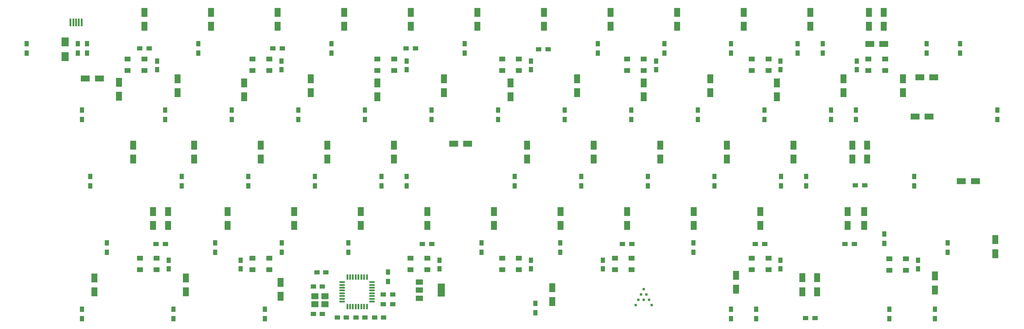
<source format=gbp>
G04 #@! TF.FileFunction,Paste,Bot*
%FSLAX46Y46*%
G04 Gerber Fmt 4.6, Leading zero omitted, Abs format (unit mm)*
G04 Created by KiCad (PCBNEW 4.0.6) date 10/22/17 14:26:43*
%MOMM*%
%LPD*%
G01*
G04 APERTURE LIST*
%ADD10C,0.100000*%
%ADD11R,1.300000X1.500000*%
%ADD12R,1.500000X1.250000*%
%ADD13R,1.250000X1.500000*%
%ADD14R,2.030000X2.650000*%
%ADD15R,2.000000X3.800000*%
%ADD16R,2.000000X1.500000*%
%ADD17R,1.500000X1.300000*%
%ADD18R,1.800000X1.400000*%
%ADD19R,1.600000X0.550000*%
%ADD20R,0.550000X1.600000*%
%ADD21R,0.500000X2.250000*%
%ADD22R,1.800000X2.500000*%
%ADD23R,2.500000X1.800000*%
%ADD24R,2.100000X1.800000*%
%ADD25R,0.762000X0.762000*%
G04 APERTURE END LIST*
D10*
D11*
X155448000Y-128858000D03*
X155448000Y-126158000D03*
D12*
X136614000Y-138160000D03*
X134114000Y-138160000D03*
X134114000Y-130286000D03*
X136614000Y-130286000D03*
X154140000Y-139176000D03*
X151640000Y-139176000D03*
X137650000Y-126222000D03*
X135150000Y-126222000D03*
X143472000Y-139176000D03*
X140972000Y-139176000D03*
X146306000Y-139176000D03*
X148806000Y-139176000D03*
D13*
X170180000Y-122702000D03*
X170180000Y-125202000D03*
X196342000Y-122702000D03*
X196342000Y-125202000D03*
X216916000Y-122702000D03*
X216916000Y-125202000D03*
X267716000Y-122702000D03*
X267716000Y-125202000D03*
X307086000Y-122702000D03*
X307086000Y-125202000D03*
X289560000Y-65552000D03*
X289560000Y-68052000D03*
X267716000Y-65552000D03*
X267716000Y-68052000D03*
X232156000Y-65552000D03*
X232156000Y-68052000D03*
X196342000Y-65552000D03*
X196342000Y-68052000D03*
X160782000Y-65552000D03*
X160782000Y-68052000D03*
X124968000Y-65552000D03*
X124968000Y-68052000D03*
X89408000Y-65552000D03*
X89408000Y-68052000D03*
X92710000Y-122702000D03*
X92710000Y-125202000D03*
X113284000Y-122702000D03*
X113284000Y-125202000D03*
D14*
X63103125Y-64293750D03*
X63103125Y-60113750D03*
D15*
X170688000Y-131318000D03*
D16*
X164388000Y-131318000D03*
X164388000Y-129018000D03*
X164388000Y-133618000D03*
D17*
X154098000Y-135382000D03*
X156798000Y-135382000D03*
D11*
X69342000Y-63262500D03*
X69342000Y-60562500D03*
X66675000Y-63262500D03*
X66675000Y-60562500D03*
D17*
X156798000Y-132588000D03*
X154098000Y-132588000D03*
D18*
X166706250Y-122175000D03*
X166706250Y-125475000D03*
X161906250Y-125475000D03*
X161906250Y-122175000D03*
X192900000Y-122175000D03*
X192900000Y-125475000D03*
X188100000Y-125475000D03*
X188100000Y-122175000D03*
X225158000Y-122175000D03*
X225158000Y-125475000D03*
X220358000Y-125475000D03*
X220358000Y-122175000D03*
X264337500Y-122175000D03*
X264337500Y-125475000D03*
X259537500Y-125475000D03*
X259537500Y-122175000D03*
X303644000Y-122302000D03*
X303644000Y-125602000D03*
X298844000Y-125602000D03*
X298844000Y-122302000D03*
X297675000Y-65025000D03*
X297675000Y-68325000D03*
X292875000Y-68325000D03*
X292875000Y-65025000D03*
X264337500Y-65025000D03*
X264337500Y-68325000D03*
X259537500Y-68325000D03*
X259537500Y-65025000D03*
X228618750Y-65025000D03*
X228618750Y-68325000D03*
X223818750Y-68325000D03*
X223818750Y-65025000D03*
X192900000Y-65025000D03*
X192900000Y-68325000D03*
X188100000Y-68325000D03*
X188100000Y-65025000D03*
X157181250Y-65025000D03*
X157181250Y-68325000D03*
X152381250Y-68325000D03*
X152381250Y-65025000D03*
X121462500Y-65025000D03*
X121462500Y-68325000D03*
X116662500Y-68325000D03*
X116662500Y-65025000D03*
X85743750Y-65025000D03*
X85743750Y-68325000D03*
X80943750Y-68325000D03*
X80943750Y-65025000D03*
X89268000Y-122175000D03*
X89268000Y-125475000D03*
X84468000Y-125475000D03*
X84468000Y-122175000D03*
X121462500Y-122175000D03*
X121462500Y-125475000D03*
X116662500Y-125475000D03*
X116662500Y-122175000D03*
D19*
X142353500Y-134610000D03*
X142353500Y-133810000D03*
X142353500Y-133010000D03*
X142353500Y-132210000D03*
X142353500Y-131410000D03*
X142353500Y-130610000D03*
X142353500Y-129810000D03*
X142353500Y-129010000D03*
D20*
X143803500Y-127560000D03*
X144603500Y-127560000D03*
X145403500Y-127560000D03*
X146203500Y-127560000D03*
X147003500Y-127560000D03*
X147803500Y-127560000D03*
X148603500Y-127560000D03*
X149403500Y-127560000D03*
D19*
X150853500Y-129010000D03*
X150853500Y-129810000D03*
X150853500Y-130610000D03*
X150853500Y-131410000D03*
X150853500Y-132210000D03*
X150853500Y-133010000D03*
X150853500Y-133810000D03*
X150853500Y-134610000D03*
D20*
X149403500Y-136060000D03*
X148603500Y-136060000D03*
X147803500Y-136060000D03*
X147003500Y-136060000D03*
X146203500Y-136060000D03*
X145403500Y-136060000D03*
X144603500Y-136060000D03*
X143803500Y-136060000D03*
D21*
X67800000Y-54506250D03*
X67000000Y-54506250D03*
X66200000Y-54506250D03*
X65400000Y-54506250D03*
X64600000Y-54506250D03*
D22*
X257175000Y-51578125D03*
X257175000Y-55578125D03*
X85725000Y-51578125D03*
X85725000Y-55578125D03*
X104775000Y-51578125D03*
X104775000Y-55578125D03*
X123825000Y-51578125D03*
X123825000Y-55578125D03*
X142875000Y-51578125D03*
X142875000Y-55578125D03*
X161925000Y-51578125D03*
X161925000Y-55578125D03*
X180975000Y-51578125D03*
X180975000Y-55578125D03*
X200025000Y-51578125D03*
X200025000Y-55578125D03*
X219075000Y-51578125D03*
X219075000Y-55578125D03*
X238125000Y-51578125D03*
X238125000Y-55578125D03*
X288250000Y-89678125D03*
X288250000Y-93678125D03*
X242887500Y-108728125D03*
X242887500Y-112728125D03*
X276225000Y-51578125D03*
X276225000Y-55578125D03*
X261937500Y-108728125D03*
X261937500Y-112728125D03*
X286940625Y-108728125D03*
X286940625Y-112728125D03*
X271462500Y-89678125D03*
X271462500Y-93678125D03*
X293000000Y-51578125D03*
X293000000Y-55578125D03*
X100012500Y-89678125D03*
X100012500Y-93678125D03*
X124714000Y-129064000D03*
X124714000Y-133064000D03*
X185737500Y-108728125D03*
X185737500Y-112728125D03*
D23*
X293275000Y-60706000D03*
X297275000Y-60706000D03*
D22*
X147637500Y-108728125D03*
X147637500Y-112728125D03*
X82550000Y-89694000D03*
X82550000Y-93694000D03*
X71437500Y-127778125D03*
X71437500Y-131778125D03*
X138112500Y-89678125D03*
X138112500Y-93678125D03*
X297250000Y-51578125D03*
X297250000Y-55578125D03*
X311943750Y-127250000D03*
X311943750Y-131250000D03*
X133350000Y-70628125D03*
X133350000Y-74628125D03*
D23*
X306250000Y-81500000D03*
X310250000Y-81500000D03*
X72866000Y-70612000D03*
X68866000Y-70612000D03*
D22*
X157162500Y-89678125D03*
X157162500Y-93678125D03*
X255016000Y-127032000D03*
X255016000Y-131032000D03*
D23*
X178212500Y-89296875D03*
X174212500Y-89296875D03*
D22*
X195262500Y-89678125D03*
X195262500Y-93678125D03*
X228600000Y-71818750D03*
X228600000Y-75818750D03*
X92500000Y-108728125D03*
X92500000Y-112728125D03*
X292500000Y-89678125D03*
X292500000Y-93678125D03*
X214312500Y-89678125D03*
X214312500Y-93678125D03*
X233362500Y-89678125D03*
X233362500Y-93678125D03*
X252412500Y-89678125D03*
X252412500Y-93678125D03*
X278250000Y-127750000D03*
X278250000Y-131750000D03*
X223837500Y-108728125D03*
X223837500Y-112728125D03*
X204787500Y-108728125D03*
X204787500Y-112728125D03*
X247650000Y-70628125D03*
X247650000Y-74628125D03*
X266700000Y-71818750D03*
X266700000Y-75818750D03*
X95250000Y-70628125D03*
X95250000Y-74628125D03*
X152400000Y-71818750D03*
X152400000Y-75818750D03*
X329184000Y-116840000D03*
X329184000Y-120840000D03*
D23*
X319468750Y-100012500D03*
X323468750Y-100012500D03*
D22*
X119062500Y-89678125D03*
X119062500Y-93678125D03*
X88250000Y-108728125D03*
X88250000Y-112728125D03*
X202438000Y-130588000D03*
X202438000Y-134588000D03*
X171450000Y-70628125D03*
X171450000Y-74628125D03*
X78486000Y-71660000D03*
X78486000Y-75660000D03*
X209550000Y-70628125D03*
X209550000Y-74628125D03*
X291703125Y-108728125D03*
X291703125Y-112728125D03*
X166687500Y-108728125D03*
X166687500Y-112728125D03*
X114300000Y-71818750D03*
X114300000Y-75818750D03*
X97631250Y-127778125D03*
X97631250Y-131778125D03*
X128587500Y-108728125D03*
X128587500Y-112728125D03*
X190500000Y-71818750D03*
X190500000Y-75818750D03*
X109537500Y-108728125D03*
X109537500Y-112728125D03*
X285750000Y-70628125D03*
X285750000Y-74628125D03*
D23*
X307562500Y-70246875D03*
X311562500Y-70246875D03*
D22*
X302750000Y-70628125D03*
X302750000Y-74628125D03*
X274000000Y-127750000D03*
X274000000Y-131750000D03*
D24*
X137396000Y-135380000D03*
X134496000Y-135380000D03*
X134496000Y-133080000D03*
X137396000Y-133080000D03*
D11*
X253603125Y-60562500D03*
X253603125Y-63262500D03*
D17*
X87075000Y-61912500D03*
X84375000Y-61912500D03*
D11*
X101203125Y-60562500D03*
X101203125Y-63262500D03*
D17*
X125175000Y-61912500D03*
X122475000Y-61912500D03*
D11*
X139303125Y-60562500D03*
X139303125Y-63262500D03*
D17*
X163275000Y-61912500D03*
X160575000Y-61912500D03*
D11*
X177403125Y-60562500D03*
X177403125Y-63262500D03*
D17*
X201248000Y-62230000D03*
X198548000Y-62230000D03*
D11*
X215503125Y-60562500D03*
X215503125Y-63262500D03*
X234553125Y-60562500D03*
X234553125Y-63262500D03*
X275034375Y-98662500D03*
X275034375Y-101362500D03*
X242824000Y-117712500D03*
X242824000Y-120412500D03*
X272653125Y-60562500D03*
X272653125Y-63262500D03*
D17*
X263224000Y-118110000D03*
X260524000Y-118110000D03*
X288878000Y-118110000D03*
X286178000Y-118110000D03*
D11*
X267890625Y-98662500D03*
X267890625Y-101362500D03*
X279796875Y-60562500D03*
X279796875Y-63262500D03*
X96440625Y-98662500D03*
X96440625Y-101362500D03*
X120253125Y-136762500D03*
X120253125Y-139462500D03*
X182165625Y-117712500D03*
X182165625Y-120412500D03*
X319087500Y-60562500D03*
X319087500Y-63262500D03*
X144065625Y-117712500D03*
X144065625Y-120412500D03*
X70246875Y-98662500D03*
X70246875Y-101362500D03*
X67865625Y-136762500D03*
X67865625Y-139462500D03*
X134540625Y-98662500D03*
X134540625Y-101362500D03*
X309562500Y-60562500D03*
X309562500Y-63262500D03*
X298846875Y-136762500D03*
X298846875Y-139462500D03*
X129778125Y-79612500D03*
X129778125Y-82312500D03*
X305990625Y-98662500D03*
X305990625Y-101362500D03*
X52070000Y-60562500D03*
X52070000Y-63262500D03*
X153590625Y-98662500D03*
X153590625Y-101362500D03*
X253603125Y-136762500D03*
X253603125Y-139462500D03*
X160734375Y-98662500D03*
X160734375Y-101362500D03*
X191690625Y-98662500D03*
X191690625Y-101362500D03*
X225028125Y-79612500D03*
X225028125Y-82312500D03*
D17*
X91774000Y-118110000D03*
X89074000Y-118110000D03*
X289162500Y-101203125D03*
X291862500Y-101203125D03*
D11*
X210740625Y-98662500D03*
X210740625Y-101362500D03*
X229790625Y-98662500D03*
X229790625Y-101362500D03*
X248840625Y-98662500D03*
X248840625Y-101362500D03*
D17*
X274875000Y-139303125D03*
X277575000Y-139303125D03*
X225187500Y-118110000D03*
X222487500Y-118110000D03*
D11*
X204724000Y-117712500D03*
X204724000Y-120412500D03*
X244078125Y-79612500D03*
X244078125Y-82312500D03*
X263128125Y-79612500D03*
X263128125Y-82312500D03*
X91678125Y-79612500D03*
X91678125Y-82312500D03*
X148828125Y-79612500D03*
X148828125Y-82312500D03*
X311943750Y-136762500D03*
X311943750Y-139462500D03*
X315515625Y-117712500D03*
X315515625Y-120412500D03*
X115490625Y-98662500D03*
X115490625Y-101362500D03*
X75009375Y-117712500D03*
X75009375Y-120412500D03*
X197612000Y-135128000D03*
X197612000Y-137828000D03*
X167878125Y-79612500D03*
X167878125Y-82312500D03*
X67865625Y-79612500D03*
X67865625Y-82312500D03*
X205978125Y-79612500D03*
X205978125Y-82312500D03*
X297434000Y-115236000D03*
X297434000Y-117936000D03*
D17*
X167974000Y-118110000D03*
X165274000Y-118110000D03*
D11*
X110728125Y-79612500D03*
X110728125Y-82312500D03*
X94059375Y-136762500D03*
X94059375Y-139462500D03*
X125015625Y-117712500D03*
X125015625Y-120412500D03*
X186928125Y-79612500D03*
X186928125Y-82312500D03*
X105965625Y-117712500D03*
X105965625Y-120412500D03*
X282178125Y-79612500D03*
X282178125Y-82312500D03*
X329803125Y-79612500D03*
X329803125Y-82312500D03*
X289321875Y-79612500D03*
X289321875Y-82312500D03*
X260746875Y-136762500D03*
X260746875Y-139462500D03*
D25*
X228600000Y-134112000D03*
X227076000Y-134112000D03*
X230124000Y-134112000D03*
X229362000Y-132588000D03*
X227838000Y-132588000D03*
X228600000Y-131064000D03*
X230886000Y-135636000D03*
X226314000Y-135636000D03*
M02*

</source>
